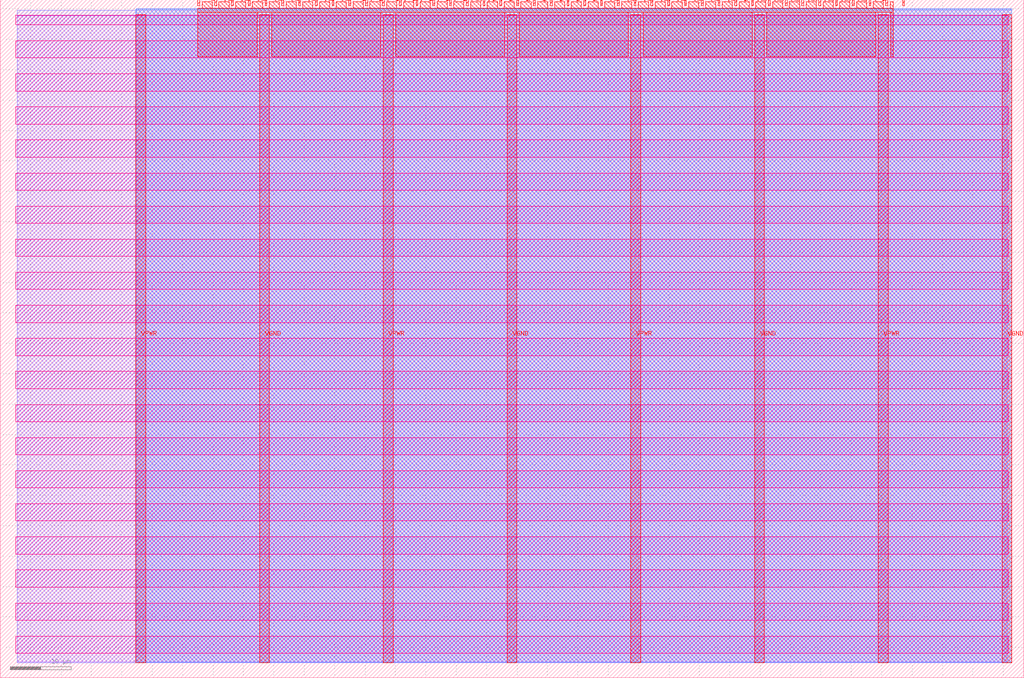
<source format=lef>
VERSION 5.7 ;
  NOWIREEXTENSIONATPIN ON ;
  DIVIDERCHAR "/" ;
  BUSBITCHARS "[]" ;
MACRO tt_um_EventFilter
  CLASS BLOCK ;
  FOREIGN tt_um_EventFilter ;
  ORIGIN 0.000 0.000 ;
  SIZE 168.360 BY 111.520 ;
  PIN VGND
    DIRECTION INOUT ;
    USE GROUND ;
    PORT
      LAYER met4 ;
        RECT 42.670 2.480 44.270 109.040 ;
    END
    PORT
      LAYER met4 ;
        RECT 83.380 2.480 84.980 109.040 ;
    END
    PORT
      LAYER met4 ;
        RECT 124.090 2.480 125.690 109.040 ;
    END
    PORT
      LAYER met4 ;
        RECT 164.800 2.480 166.400 109.040 ;
    END
  END VGND
  PIN VPWR
    DIRECTION INOUT ;
    USE POWER ;
    PORT
      LAYER met4 ;
        RECT 22.315 2.480 23.915 109.040 ;
    END
    PORT
      LAYER met4 ;
        RECT 63.025 2.480 64.625 109.040 ;
    END
    PORT
      LAYER met4 ;
        RECT 103.735 2.480 105.335 109.040 ;
    END
    PORT
      LAYER met4 ;
        RECT 144.445 2.480 146.045 109.040 ;
    END
  END VPWR
  PIN clk
    DIRECTION INPUT ;
    USE SIGNAL ;
    ANTENNAGATEAREA 0.852000 ;
    PORT
      LAYER met4 ;
        RECT 145.670 110.520 145.970 111.520 ;
    END
  END clk
  PIN ena
    DIRECTION INPUT ;
    USE SIGNAL ;
    PORT
      LAYER met4 ;
        RECT 148.430 110.520 148.730 111.520 ;
    END
  END ena
  PIN rst_n
    DIRECTION INPUT ;
    USE SIGNAL ;
    ANTENNAGATEAREA 0.196500 ;
    PORT
      LAYER met4 ;
        RECT 142.910 110.520 143.210 111.520 ;
    END
  END rst_n
  PIN ui_in[0]
    DIRECTION INPUT ;
    USE SIGNAL ;
    ANTENNAGATEAREA 0.196500 ;
    PORT
      LAYER met4 ;
        RECT 140.150 110.520 140.450 111.520 ;
    END
  END ui_in[0]
  PIN ui_in[1]
    DIRECTION INPUT ;
    USE SIGNAL ;
    ANTENNAGATEAREA 0.196500 ;
    PORT
      LAYER met4 ;
        RECT 137.390 110.520 137.690 111.520 ;
    END
  END ui_in[1]
  PIN ui_in[2]
    DIRECTION INPUT ;
    USE SIGNAL ;
    ANTENNAGATEAREA 0.196500 ;
    PORT
      LAYER met4 ;
        RECT 134.630 110.520 134.930 111.520 ;
    END
  END ui_in[2]
  PIN ui_in[3]
    DIRECTION INPUT ;
    USE SIGNAL ;
    ANTENNAGATEAREA 0.196500 ;
    PORT
      LAYER met4 ;
        RECT 131.870 110.520 132.170 111.520 ;
    END
  END ui_in[3]
  PIN ui_in[4]
    DIRECTION INPUT ;
    USE SIGNAL ;
    ANTENNAGATEAREA 0.196500 ;
    PORT
      LAYER met4 ;
        RECT 129.110 110.520 129.410 111.520 ;
    END
  END ui_in[4]
  PIN ui_in[5]
    DIRECTION INPUT ;
    USE SIGNAL ;
    ANTENNAGATEAREA 0.196500 ;
    PORT
      LAYER met4 ;
        RECT 126.350 110.520 126.650 111.520 ;
    END
  END ui_in[5]
  PIN ui_in[6]
    DIRECTION INPUT ;
    USE SIGNAL ;
    ANTENNAGATEAREA 0.196500 ;
    PORT
      LAYER met4 ;
        RECT 123.590 110.520 123.890 111.520 ;
    END
  END ui_in[6]
  PIN ui_in[7]
    DIRECTION INPUT ;
    USE SIGNAL ;
    ANTENNAGATEAREA 0.196500 ;
    PORT
      LAYER met4 ;
        RECT 120.830 110.520 121.130 111.520 ;
    END
  END ui_in[7]
  PIN uio_in[0]
    DIRECTION INPUT ;
    USE SIGNAL ;
    PORT
      LAYER met4 ;
        RECT 118.070 110.520 118.370 111.520 ;
    END
  END uio_in[0]
  PIN uio_in[1]
    DIRECTION INPUT ;
    USE SIGNAL ;
    PORT
      LAYER met4 ;
        RECT 115.310 110.520 115.610 111.520 ;
    END
  END uio_in[1]
  PIN uio_in[2]
    DIRECTION INPUT ;
    USE SIGNAL ;
    PORT
      LAYER met4 ;
        RECT 112.550 110.520 112.850 111.520 ;
    END
  END uio_in[2]
  PIN uio_in[3]
    DIRECTION INPUT ;
    USE SIGNAL ;
    PORT
      LAYER met4 ;
        RECT 109.790 110.520 110.090 111.520 ;
    END
  END uio_in[3]
  PIN uio_in[4]
    DIRECTION INPUT ;
    USE SIGNAL ;
    PORT
      LAYER met4 ;
        RECT 107.030 110.520 107.330 111.520 ;
    END
  END uio_in[4]
  PIN uio_in[5]
    DIRECTION INPUT ;
    USE SIGNAL ;
    PORT
      LAYER met4 ;
        RECT 104.270 110.520 104.570 111.520 ;
    END
  END uio_in[5]
  PIN uio_in[6]
    DIRECTION INPUT ;
    USE SIGNAL ;
    PORT
      LAYER met4 ;
        RECT 101.510 110.520 101.810 111.520 ;
    END
  END uio_in[6]
  PIN uio_in[7]
    DIRECTION INPUT ;
    USE SIGNAL ;
    PORT
      LAYER met4 ;
        RECT 98.750 110.520 99.050 111.520 ;
    END
  END uio_in[7]
  PIN uio_oe[0]
    DIRECTION OUTPUT TRISTATE ;
    USE SIGNAL ;
    PORT
      LAYER met4 ;
        RECT 51.830 110.520 52.130 111.520 ;
    END
  END uio_oe[0]
  PIN uio_oe[1]
    DIRECTION OUTPUT TRISTATE ;
    USE SIGNAL ;
    PORT
      LAYER met4 ;
        RECT 49.070 110.520 49.370 111.520 ;
    END
  END uio_oe[1]
  PIN uio_oe[2]
    DIRECTION OUTPUT TRISTATE ;
    USE SIGNAL ;
    PORT
      LAYER met4 ;
        RECT 46.310 110.520 46.610 111.520 ;
    END
  END uio_oe[2]
  PIN uio_oe[3]
    DIRECTION OUTPUT TRISTATE ;
    USE SIGNAL ;
    PORT
      LAYER met4 ;
        RECT 43.550 110.520 43.850 111.520 ;
    END
  END uio_oe[3]
  PIN uio_oe[4]
    DIRECTION OUTPUT TRISTATE ;
    USE SIGNAL ;
    PORT
      LAYER met4 ;
        RECT 40.790 110.520 41.090 111.520 ;
    END
  END uio_oe[4]
  PIN uio_oe[5]
    DIRECTION OUTPUT TRISTATE ;
    USE SIGNAL ;
    PORT
      LAYER met4 ;
        RECT 38.030 110.520 38.330 111.520 ;
    END
  END uio_oe[5]
  PIN uio_oe[6]
    DIRECTION OUTPUT TRISTATE ;
    USE SIGNAL ;
    PORT
      LAYER met4 ;
        RECT 35.270 110.520 35.570 111.520 ;
    END
  END uio_oe[6]
  PIN uio_oe[7]
    DIRECTION OUTPUT TRISTATE ;
    USE SIGNAL ;
    PORT
      LAYER met4 ;
        RECT 32.510 110.520 32.810 111.520 ;
    END
  END uio_oe[7]
  PIN uio_out[0]
    DIRECTION OUTPUT TRISTATE ;
    USE SIGNAL ;
    PORT
      LAYER met4 ;
        RECT 73.910 110.520 74.210 111.520 ;
    END
  END uio_out[0]
  PIN uio_out[1]
    DIRECTION OUTPUT TRISTATE ;
    USE SIGNAL ;
    PORT
      LAYER met4 ;
        RECT 71.150 110.520 71.450 111.520 ;
    END
  END uio_out[1]
  PIN uio_out[2]
    DIRECTION OUTPUT TRISTATE ;
    USE SIGNAL ;
    PORT
      LAYER met4 ;
        RECT 68.390 110.520 68.690 111.520 ;
    END
  END uio_out[2]
  PIN uio_out[3]
    DIRECTION OUTPUT TRISTATE ;
    USE SIGNAL ;
    PORT
      LAYER met4 ;
        RECT 65.630 110.520 65.930 111.520 ;
    END
  END uio_out[3]
  PIN uio_out[4]
    DIRECTION OUTPUT TRISTATE ;
    USE SIGNAL ;
    PORT
      LAYER met4 ;
        RECT 62.870 110.520 63.170 111.520 ;
    END
  END uio_out[4]
  PIN uio_out[5]
    DIRECTION OUTPUT TRISTATE ;
    USE SIGNAL ;
    PORT
      LAYER met4 ;
        RECT 60.110 110.520 60.410 111.520 ;
    END
  END uio_out[5]
  PIN uio_out[6]
    DIRECTION OUTPUT TRISTATE ;
    USE SIGNAL ;
    PORT
      LAYER met4 ;
        RECT 57.350 110.520 57.650 111.520 ;
    END
  END uio_out[6]
  PIN uio_out[7]
    DIRECTION OUTPUT TRISTATE ;
    USE SIGNAL ;
    PORT
      LAYER met4 ;
        RECT 54.590 110.520 54.890 111.520 ;
    END
  END uio_out[7]
  PIN uo_out[0]
    DIRECTION OUTPUT TRISTATE ;
    USE SIGNAL ;
    ANTENNADIFFAREA 0.445500 ;
    PORT
      LAYER met4 ;
        RECT 95.990 110.520 96.290 111.520 ;
    END
  END uo_out[0]
  PIN uo_out[1]
    DIRECTION OUTPUT TRISTATE ;
    USE SIGNAL ;
    ANTENNADIFFAREA 0.445500 ;
    PORT
      LAYER met4 ;
        RECT 93.230 110.520 93.530 111.520 ;
    END
  END uo_out[1]
  PIN uo_out[2]
    DIRECTION OUTPUT TRISTATE ;
    USE SIGNAL ;
    ANTENNADIFFAREA 0.445500 ;
    PORT
      LAYER met4 ;
        RECT 90.470 110.520 90.770 111.520 ;
    END
  END uo_out[2]
  PIN uo_out[3]
    DIRECTION OUTPUT TRISTATE ;
    USE SIGNAL ;
    ANTENNADIFFAREA 0.445500 ;
    PORT
      LAYER met4 ;
        RECT 87.710 110.520 88.010 111.520 ;
    END
  END uo_out[3]
  PIN uo_out[4]
    DIRECTION OUTPUT TRISTATE ;
    USE SIGNAL ;
    ANTENNADIFFAREA 0.445500 ;
    PORT
      LAYER met4 ;
        RECT 84.950 110.520 85.250 111.520 ;
    END
  END uo_out[4]
  PIN uo_out[5]
    DIRECTION OUTPUT TRISTATE ;
    USE SIGNAL ;
    ANTENNADIFFAREA 0.445500 ;
    PORT
      LAYER met4 ;
        RECT 82.190 110.520 82.490 111.520 ;
    END
  END uo_out[5]
  PIN uo_out[6]
    DIRECTION OUTPUT TRISTATE ;
    USE SIGNAL ;
    ANTENNADIFFAREA 0.445500 ;
    PORT
      LAYER met4 ;
        RECT 79.430 110.520 79.730 111.520 ;
    END
  END uo_out[6]
  PIN uo_out[7]
    DIRECTION OUTPUT TRISTATE ;
    USE SIGNAL ;
    ANTENNADIFFAREA 0.445500 ;
    PORT
      LAYER met4 ;
        RECT 76.670 110.520 76.970 111.520 ;
    END
  END uo_out[7]
  OBS
      LAYER nwell ;
        RECT 2.570 107.385 165.790 108.990 ;
        RECT 2.570 101.945 165.790 104.775 ;
        RECT 2.570 96.505 165.790 99.335 ;
        RECT 2.570 91.065 165.790 93.895 ;
        RECT 2.570 85.625 165.790 88.455 ;
        RECT 2.570 80.185 165.790 83.015 ;
        RECT 2.570 74.745 165.790 77.575 ;
        RECT 2.570 69.305 165.790 72.135 ;
        RECT 2.570 63.865 165.790 66.695 ;
        RECT 2.570 58.425 165.790 61.255 ;
        RECT 2.570 52.985 165.790 55.815 ;
        RECT 2.570 47.545 165.790 50.375 ;
        RECT 2.570 42.105 165.790 44.935 ;
        RECT 2.570 36.665 165.790 39.495 ;
        RECT 2.570 31.225 165.790 34.055 ;
        RECT 2.570 25.785 165.790 28.615 ;
        RECT 2.570 20.345 165.790 23.175 ;
        RECT 2.570 14.905 165.790 17.735 ;
        RECT 2.570 9.465 165.790 12.295 ;
        RECT 2.570 4.025 165.790 6.855 ;
      LAYER li1 ;
        RECT 2.760 2.635 165.600 108.885 ;
      LAYER met1 ;
        RECT 2.760 2.480 166.400 109.780 ;
      LAYER met2 ;
        RECT 22.345 2.535 166.370 110.005 ;
      LAYER met3 ;
        RECT 22.325 2.555 166.390 109.985 ;
      LAYER met4 ;
        RECT 33.210 110.120 34.870 111.170 ;
        RECT 35.970 110.120 37.630 111.170 ;
        RECT 38.730 110.120 40.390 111.170 ;
        RECT 41.490 110.120 43.150 111.170 ;
        RECT 44.250 110.120 45.910 111.170 ;
        RECT 47.010 110.120 48.670 111.170 ;
        RECT 49.770 110.120 51.430 111.170 ;
        RECT 52.530 110.120 54.190 111.170 ;
        RECT 55.290 110.120 56.950 111.170 ;
        RECT 58.050 110.120 59.710 111.170 ;
        RECT 60.810 110.120 62.470 111.170 ;
        RECT 63.570 110.120 65.230 111.170 ;
        RECT 66.330 110.120 67.990 111.170 ;
        RECT 69.090 110.120 70.750 111.170 ;
        RECT 71.850 110.120 73.510 111.170 ;
        RECT 74.610 110.120 76.270 111.170 ;
        RECT 77.370 110.120 79.030 111.170 ;
        RECT 80.130 110.120 81.790 111.170 ;
        RECT 82.890 110.120 84.550 111.170 ;
        RECT 85.650 110.120 87.310 111.170 ;
        RECT 88.410 110.120 90.070 111.170 ;
        RECT 91.170 110.120 92.830 111.170 ;
        RECT 93.930 110.120 95.590 111.170 ;
        RECT 96.690 110.120 98.350 111.170 ;
        RECT 99.450 110.120 101.110 111.170 ;
        RECT 102.210 110.120 103.870 111.170 ;
        RECT 104.970 110.120 106.630 111.170 ;
        RECT 107.730 110.120 109.390 111.170 ;
        RECT 110.490 110.120 112.150 111.170 ;
        RECT 113.250 110.120 114.910 111.170 ;
        RECT 116.010 110.120 117.670 111.170 ;
        RECT 118.770 110.120 120.430 111.170 ;
        RECT 121.530 110.120 123.190 111.170 ;
        RECT 124.290 110.120 125.950 111.170 ;
        RECT 127.050 110.120 128.710 111.170 ;
        RECT 129.810 110.120 131.470 111.170 ;
        RECT 132.570 110.120 134.230 111.170 ;
        RECT 135.330 110.120 136.990 111.170 ;
        RECT 138.090 110.120 139.750 111.170 ;
        RECT 140.850 110.120 142.510 111.170 ;
        RECT 143.610 110.120 145.270 111.170 ;
        RECT 146.370 110.120 146.905 111.170 ;
        RECT 32.495 109.440 146.905 110.120 ;
        RECT 32.495 102.175 42.270 109.440 ;
        RECT 44.670 102.175 62.625 109.440 ;
        RECT 65.025 102.175 82.980 109.440 ;
        RECT 85.380 102.175 103.335 109.440 ;
        RECT 105.735 102.175 123.690 109.440 ;
        RECT 126.090 102.175 144.045 109.440 ;
        RECT 146.445 102.175 146.905 109.440 ;
  END
END tt_um_EventFilter
END LIBRARY


</source>
